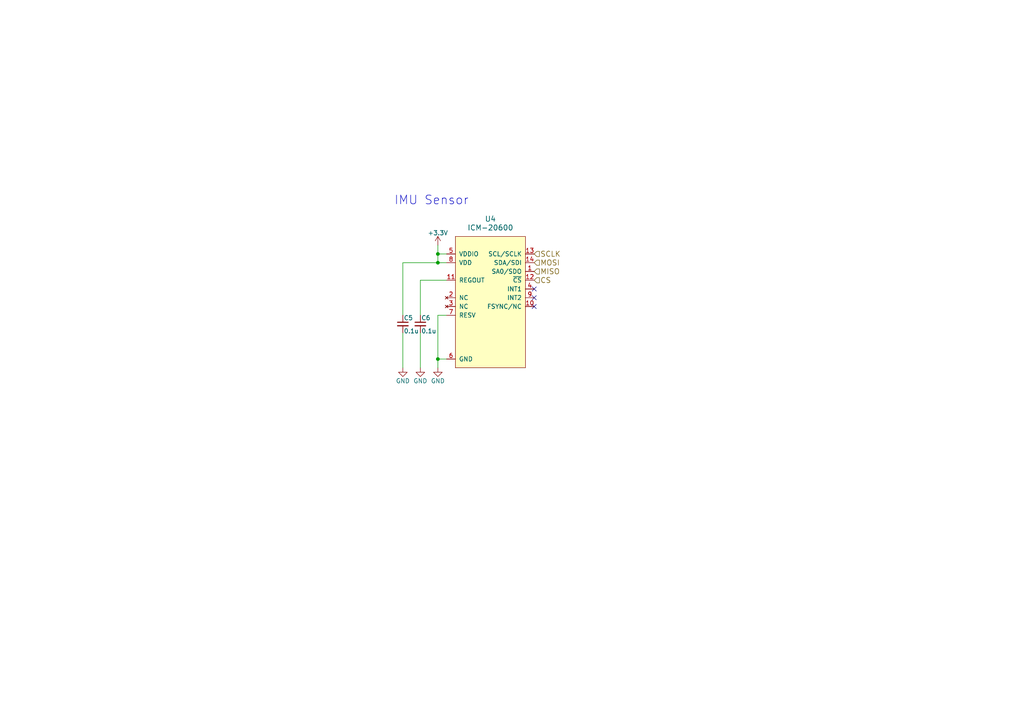
<source format=kicad_sch>
(kicad_sch (version 20230121) (generator eeschema)
  (paper "A4")
  (lib_symbols
    (symbol "Device:C_Small" (pin_numbers hide) (pin_names (offset 0.254) hide)
      (property "Reference" "C" (at 0.254 1.778 0))
      (property "Value" "C_Small" (at 0.254 -2.032 0))
      (symbol "C_Small_0_1"
        (polyline (pts (xy -1.524 -0.508) (xy 1.524 -0.508)) (stroke (width 0.3302)))
        (polyline (pts (xy -1.524 0.508) (xy 1.524 0.508)) (stroke (width 0.3048)))
      )
      (symbol "C_Small_1_1"
        (pin passive line (at 0 2.54 270) (length 2.032) (name "~") (number "1"))
        (pin passive line (at 0 -2.54 90) (length 2.032) (name "~") (number "2"))
      )
    )
    (symbol "ICM-20600_1" (pin_names (offset 1.016))
      (property "Reference" "U" (at 0 19.05 0))
      (property "Value" "ICM-20600" (at 0 15.24 0))
      (symbol "ICM-20600_1_0_1"
        (rectangle (start -10.16 17.78) (end 10.16 -20.32) (fill (type background)))
      )
      (symbol "ICM-20600_1_1_1"
        (pin input line (at 12.7 7.62 180) (length 2.54) (name "SA0/SDO") (number "1"))
        (pin input line (at 12.7 -2.54 180) (length 2.54) (name "FSYNC/NC") (number "10"))
        (pin power_out line (at -12.7 5.08 0) (length 2.54) (name "REGOUT") (number "11"))
        (pin input line (at 12.7 5.08 180) (length 2.54) (name "~{CS}") (number "12"))
        (pin input line (at 12.7 12.7 180) (length 2.54) (name "SCL/SCLK") (number "13"))
        (pin input line (at 12.7 10.16 180) (length 2.54) (name "SDA/SDI") (number "14"))
        (pin no_connect line (at -12.7 0 0) (length 2.54) (name "NC") (number "2"))
        (pin no_connect line (at -12.7 -2.54 0) (length 2.54) (name "NC") (number "3"))
        (pin output line (at 12.7 2.54 180) (length 2.54) (name "INT1") (number "4"))
        (pin power_in line (at -12.7 12.7 0) (length 2.54) (name "VDDIO") (number "5"))
        (pin power_in line (at -12.7 -17.78 0) (length 2.54) (name "GND") (number "6"))
        (pin input line (at -12.7 -5.08 0) (length 2.54) (name "RESV") (number "7"))
        (pin power_in line (at -12.7 10.16 0) (length 2.54) (name "VDD") (number "8"))
        (pin input line (at 12.7 0 180) (length 2.54) (name "INT2") (number "9"))
      )
    )
    (symbol "power:+3.3V" (power) (pin_names (offset 0))
      (property "Value" "+3.3V" (at 0 3.556 0))
      (symbol "+3.3V_0_1"
        (polyline (pts (xy -0.762 1.27) (xy 0 2.54)))
        (polyline (pts (xy 0 0) (xy 0 2.54)))
        (polyline (pts (xy 0 2.54) (xy 0.762 1.27)))
      )
      (symbol "+3.3V_1_1"
        (pin power_in line (at 0 0 90) (length 0) hide (name "+3.3V") (number "1"))
      )
    )
    (symbol "power:GND" (power) (pin_names (offset 0))
      (property "Value" "GND" (at 0 -3.81 0))
      (symbol "GND_0_1"
        (polyline (pts (xy 0 0) (xy 0 -1.27) (xy 1.27 -1.27) (xy 0 -2.54) (xy -1.27 -1.27) (xy 0 -1.27)))
      )
      (symbol "GND_1_1"
        (pin power_in line (at 0 0 270) (length 0) hide (name "GND") (number "1"))
      )
    )
  )
  (junction (at 127 104.14))
  (junction (at 127 76.2))
  (junction (at 127 73.66))
  (no_connect (at 154.94 88.9))
  (no_connect (at 154.94 86.36))
  (no_connect (at 154.94 83.82))
  (wire (pts (xy 127 104.14) (xy 129.54 104.14)))
  (wire (pts (xy 127 91.44) (xy 129.54 91.44)))
  (wire (pts (xy 127 91.44) (xy 127 104.14)))
  (wire (pts (xy 116.84 76.2) (xy 116.84 91.44)))
  (wire (pts (xy 127 71.12) (xy 127 73.66)))
  (wire (pts (xy 121.92 106.68) (xy 121.92 96.52)))
  (wire (pts (xy 127 73.66) (xy 129.54 73.66)))
  (wire (pts (xy 116.84 106.68) (xy 116.84 96.52)))
  (wire (pts (xy 116.84 76.2) (xy 127 76.2)))
  (wire (pts (xy 127 73.66) (xy 127 76.2)))
  (wire (pts (xy 121.92 81.28) (xy 129.54 81.28)))
  (wire (pts (xy 121.92 91.44) (xy 121.92 81.28)))
  (wire (pts (xy 127 104.14) (xy 127 106.68)))
  (wire (pts (xy 127 76.2) (xy 129.54 76.2)))
  (text "IMU Sensor" (at 114.3 59.69 0) (effects (font (size 2.54 2.54)) (justify left bottom)))
  (hierarchical_label "CS" (shape input) (at 154.94 81.28 0) (effects (font (size 1.524 1.524))))
  (hierarchical_label "MISO" (shape input) (at 154.94 78.74 0) (effects (font (size 1.524 1.524))))
  (hierarchical_label "MOSI" (shape input) (at 154.94 76.2 0) (effects (font (size 1.524 1.524))))
  (hierarchical_label "SCLK" (shape input) (at 154.94 73.66 0) (effects (font (size 1.524 1.524))))
  (symbol (lib_id "Device:C_Small") (at 121.92 93.98 0) (unit 1)
    (property "Reference" "C6" (at 122.174 92.202 0) (effects (justify left)))
    (property "Value" "0.1u" (at 122.174 96.012 0) (effects (justify left)))
    (property "Footprint" "Capacitor_SMD:C_0201_0603Metric" (effects hide))
    (instances (project "KERISE" (path "" (reference "C6") (unit 1)) (path "" (reference "C8") (unit 1))))
  )
  (symbol (lib_id "Device:C_Small") (at 116.84 93.98 0) (unit 1)
    (property "Reference" "C5" (at 117.094 92.202 0) (effects (justify left)))
    (property "Value" "0.1u" (at 117.094 96.012 0) (effects (justify left)))
    (property "Footprint" "Capacitor_SMD:C_0201_0603Metric" (effects hide))
    (instances (project "KERISE" (path "" (reference "C5") (unit 1)) (path "" (reference "C7") (unit 1))))
  )
  (symbol (lib_id "power:GND") (at 127 106.68 0) (unit 1)
    (property "Reference" "#PWR020" (effects hide))
    (property "Value" "GND" (at 127 110.49 0))
    (instances (project "KERISE" (path "" (reference "#PWR020") (unit 1)) (path "" (reference "#PWR024") (unit 1))))
  )
  (symbol (lib_id "power:GND") (at 121.92 106.68 0) (unit 1)
    (property "Reference" "#PWR018" (effects hide))
    (property "Value" "GND" (at 121.92 110.49 0))
    (instances (project "KERISE" (path "" (reference "#PWR018") (unit 1)) (path "" (reference "#PWR022") (unit 1))))
  )
  (symbol (lib_id "power:GND") (at 116.84 106.68 0) (unit 1)
    (property "Reference" "#PWR017" (effects hide))
    (property "Value" "GND" (at 116.84 110.49 0))
    (instances (project "KERISE" (path "" (reference "#PWR017") (unit 1)) (path "" (reference "#PWR021") (unit 1))))
  )
  (symbol (lib_id "power:+3.3V") (at 127 71.12 0) (unit 1)
    (property "Reference" "#PWR019" (effects hide))
    (property "Value" "+3.3V" (at 127 67.564 0))
    (instances (project "KERISE" (path "" (reference "#PWR019") (unit 1)) (path "" (reference "#PWR023") (unit 1))))
  )
  (symbol (lib_name "ICM-20600_1") (lib_id "KERISE:ICM-20600") (at 142.24 86.36 0) (unit 1)
    (property "Reference" "U4" (at 142.24 63.5 0) (effects (font (size 1.524 1.524))))
    (property "Value" "ICM-20600" (at 142.24 66.04 0) (effects (font (size 1.524 1.524))))
    (property "Footprint" "mouse:ICM-20600" (effects hide))
    (instances (project "KERISE" (path "" (reference "U4") (unit 1)) (path "" (reference "U5") (unit 1))))
  )
)
</source>
